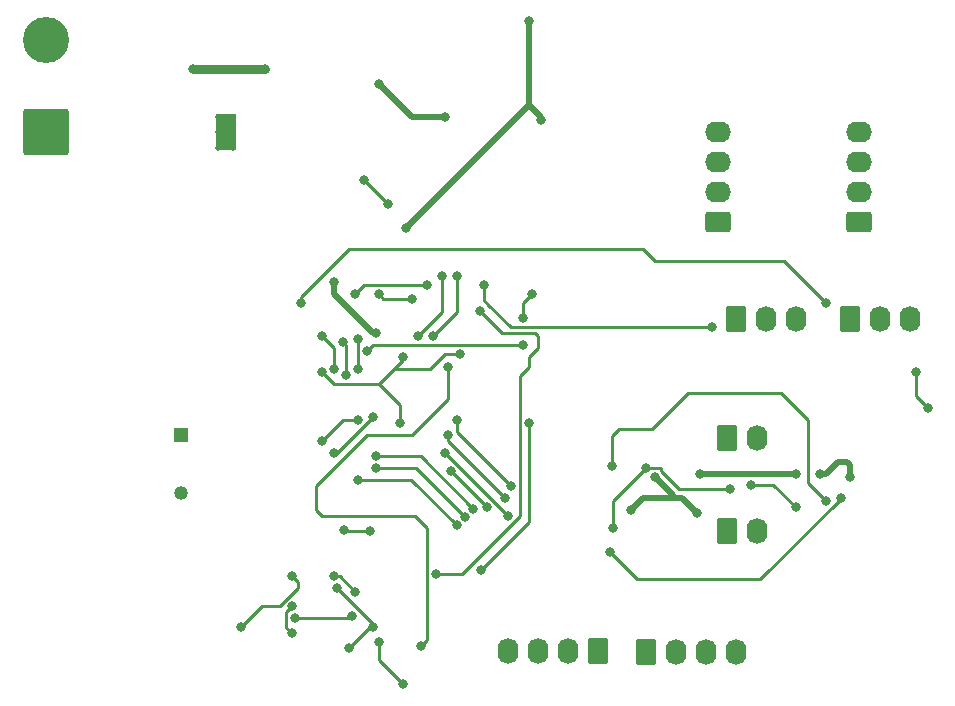
<source format=gbr>
%TF.GenerationSoftware,KiCad,Pcbnew,(6.0.7)*%
%TF.CreationDate,2022-11-16T17:50:00-06:00*%
%TF.ProjectId,ECE445PCBDesign (4),45434534-3435-4504-9342-44657369676e,rev?*%
%TF.SameCoordinates,Original*%
%TF.FileFunction,Copper,L2,Bot*%
%TF.FilePolarity,Positive*%
%FSLAX46Y46*%
G04 Gerber Fmt 4.6, Leading zero omitted, Abs format (unit mm)*
G04 Created by KiCad (PCBNEW (6.0.7)) date 2022-11-16 17:50:00*
%MOMM*%
%LPD*%
G01*
G04 APERTURE LIST*
G04 Aperture macros list*
%AMRoundRect*
0 Rectangle with rounded corners*
0 $1 Rounding radius*
0 $2 $3 $4 $5 $6 $7 $8 $9 X,Y pos of 4 corners*
0 Add a 4 corners polygon primitive as box body*
4,1,4,$2,$3,$4,$5,$6,$7,$8,$9,$2,$3,0*
0 Add four circle primitives for the rounded corners*
1,1,$1+$1,$2,$3*
1,1,$1+$1,$4,$5*
1,1,$1+$1,$6,$7*
1,1,$1+$1,$8,$9*
0 Add four rect primitives between the rounded corners*
20,1,$1+$1,$2,$3,$4,$5,0*
20,1,$1+$1,$4,$5,$6,$7,0*
20,1,$1+$1,$6,$7,$8,$9,0*
20,1,$1+$1,$8,$9,$2,$3,0*%
G04 Aperture macros list end*
%TA.AperFunction,ComponentPad*%
%ADD10RoundRect,0.250000X-0.620000X-0.845000X0.620000X-0.845000X0.620000X0.845000X-0.620000X0.845000X0*%
%TD*%
%TA.AperFunction,ComponentPad*%
%ADD11O,1.740000X2.190000*%
%TD*%
%TA.AperFunction,ComponentPad*%
%ADD12RoundRect,0.250002X1.699998X-1.699998X1.699998X1.699998X-1.699998X1.699998X-1.699998X-1.699998X0*%
%TD*%
%TA.AperFunction,ComponentPad*%
%ADD13C,3.900000*%
%TD*%
%TA.AperFunction,ComponentPad*%
%ADD14RoundRect,0.250000X0.845000X-0.620000X0.845000X0.620000X-0.845000X0.620000X-0.845000X-0.620000X0*%
%TD*%
%TA.AperFunction,ComponentPad*%
%ADD15O,2.190000X1.740000*%
%TD*%
%TA.AperFunction,ComponentPad*%
%ADD16C,0.500000*%
%TD*%
%TA.AperFunction,SMDPad,CuDef*%
%ADD17R,1.800000X3.100000*%
%TD*%
%TA.AperFunction,ComponentPad*%
%ADD18RoundRect,0.250000X0.620000X0.845000X-0.620000X0.845000X-0.620000X-0.845000X0.620000X-0.845000X0*%
%TD*%
%TA.AperFunction,ComponentPad*%
%ADD19R,1.192000X1.192000*%
%TD*%
%TA.AperFunction,ComponentPad*%
%ADD20C,1.192000*%
%TD*%
%TA.AperFunction,ViaPad*%
%ADD21C,0.800000*%
%TD*%
%TA.AperFunction,Conductor*%
%ADD22C,0.254000*%
%TD*%
%TA.AperFunction,Conductor*%
%ADD23C,0.508000*%
%TD*%
%TA.AperFunction,Conductor*%
%ADD24C,0.762000*%
%TD*%
G04 APERTURE END LIST*
D10*
%TO.P,M1,1,PWM*%
%TO.N,/ServoPWM1*%
X192024000Y-107716000D03*
D11*
%TO.P,M1,2,+*%
%TO.N,Net-(M1-Pad2)*%
X194564000Y-107716000D03*
%TO.P,M1,3,-*%
%TO.N,GND*%
X197104000Y-107716000D03*
%TD*%
D10*
%TO.P,Servo2TestConnection1,1,Pin_1*%
%TO.N,Net-(Servo2TestConnection1-Pad1)*%
X181610000Y-117836000D03*
D11*
%TO.P,Servo2TestConnection1,2,Pin_2*%
%TO.N,GND*%
X184150000Y-117836000D03*
%TD*%
D12*
%TO.P,LiPO_IN1,1,Pin_1*%
%TO.N,GND*%
X123952000Y-91948000D03*
D13*
%TO.P,LiPO_IN1,2,Pin_2*%
%TO.N,Net-(C6-Pad2)*%
X123952000Y-84148000D03*
%TD*%
D10*
%TO.P,M2,1,PWM*%
%TO.N,/ServoPWM2*%
X182372000Y-107716000D03*
D11*
%TO.P,M2,2,+*%
%TO.N,Net-(M2-Pad2)*%
X184912000Y-107716000D03*
%TO.P,M2,3,-*%
%TO.N,GND*%
X187452000Y-107716000D03*
%TD*%
D14*
%TO.P,ODriveConnector2,1,Pin_1*%
%TO.N,/ODriveUARTTX2*%
X180868000Y-99568000D03*
D15*
%TO.P,ODriveConnector2,2,Pin_2*%
%TO.N,/ODriveUARTRX2*%
X180868000Y-97028000D03*
%TO.P,ODriveConnector2,3,Pin_3*%
%TO.N,GND*%
X180868000Y-94488000D03*
%TO.P,ODriveConnector2,4,Pin_4*%
%TO.N,+5V*%
X180868000Y-91948000D03*
%TD*%
D16*
%TO.P,U5,9,GND*%
%TO.N,Net-(C13-Pad1)*%
X138542000Y-91948000D03*
X138542000Y-90648000D03*
X139842000Y-90648000D03*
D17*
X139192000Y-91948000D03*
D16*
X139842000Y-93248000D03*
X138542000Y-93248000D03*
X139842000Y-91948000D03*
%TD*%
D10*
%TO.P,Servo1TestConnection1,1,Pin_1*%
%TO.N,Net-(Servo1TestConnection1-Pad1)*%
X181610000Y-125730000D03*
D11*
%TO.P,Servo1TestConnection1,2,Pin_2*%
%TO.N,GND*%
X184150000Y-125730000D03*
%TD*%
D14*
%TO.P,ODriveConnector1,1,Pin_1*%
%TO.N,/ODriveUARTTX1*%
X192806000Y-99568000D03*
D15*
%TO.P,ODriveConnector1,2,Pin_2*%
%TO.N,/ODriveUARTRX1*%
X192806000Y-97028000D03*
%TO.P,ODriveConnector1,3,Pin_3*%
%TO.N,GND*%
X192806000Y-94488000D03*
%TO.P,ODriveConnector1,4,Pin_4*%
%TO.N,+5V*%
X192806000Y-91948000D03*
%TD*%
D10*
%TO.P,ProgrammingPins1,1,Pin_1*%
%TO.N,Net-(U2-Pad93)*%
X174752000Y-135910000D03*
D11*
%TO.P,ProgrammingPins1,2,Pin_2*%
%TO.N,Net-(U2-Pad92)*%
X177292000Y-135910000D03*
%TO.P,ProgrammingPins1,3,Pin_3*%
%TO.N,Net-(U2-Pad91)*%
X179832000Y-135910000D03*
%TO.P,ProgrammingPins1,4,Pin_4*%
%TO.N,Net-(U2-Pad90)*%
X182372000Y-135910000D03*
%TD*%
D18*
%TO.P,JTAGExposure1,1,Pin_1*%
%TO.N,Net-(U2-Pad20)*%
X170688000Y-135870000D03*
D11*
%TO.P,JTAGExposure1,2,Pin_2*%
%TO.N,Net-(U2-Pad21)*%
X168148000Y-135870000D03*
%TO.P,JTAGExposure1,3,Pin_3*%
%TO.N,Net-(U2-Pad22)*%
X165608000Y-135870000D03*
%TO.P,JTAGExposure1,4,Pin_4*%
%TO.N,Net-(C2-Pad2)*%
X163068000Y-135870000D03*
%TD*%
D19*
%TO.P,Y1,1,1*%
%TO.N,Net-(C4-Pad2)*%
X135382000Y-117602000D03*
D20*
%TO.P,Y1,2,2*%
%TO.N,Net-(C3-Pad2)*%
X135382000Y-122482000D03*
%TD*%
D21*
%TO.N,GND*%
X181864000Y-122174000D03*
X144780000Y-134366000D03*
X149230714Y-125597286D03*
X151384000Y-125730000D03*
X150108286Y-130815714D03*
X171987502Y-125476000D03*
X152146000Y-105664000D03*
X164338000Y-107696000D03*
X150876000Y-96012000D03*
X152908000Y-98044000D03*
X174752000Y-120396000D03*
X183642000Y-121757500D03*
X187452000Y-123698000D03*
X165100000Y-105664000D03*
X197612000Y-112268000D03*
X198628000Y-115316000D03*
X148336000Y-129540000D03*
X154940000Y-106062500D03*
X144780000Y-132080000D03*
%TO.N,+5V*%
X192024000Y-121158000D03*
X152146000Y-135128000D03*
X189484000Y-120904000D03*
X154432000Y-100076000D03*
X154178000Y-138684000D03*
X149606000Y-135636000D03*
X154178000Y-110998000D03*
X151892000Y-108966000D03*
X165862000Y-90932000D03*
X164846000Y-82550000D03*
X179070000Y-124206000D03*
X179324000Y-120904000D03*
X159004000Y-110744000D03*
X151638000Y-133858000D03*
X147320000Y-112268000D03*
X148590000Y-130556000D03*
X173482000Y-123952000D03*
X187452000Y-120904000D03*
X153924000Y-116586000D03*
X148336000Y-104648000D03*
X175514000Y-121158000D03*
%TO.N,Net-(C12-Pad1)*%
X152146000Y-87884000D03*
X136398000Y-86614000D03*
X142494000Y-86614000D03*
X157734000Y-90678000D03*
%TO.N,/ServoPWM1*%
X145542000Y-106426000D03*
X189992000Y-106426000D03*
%TO.N,/ServoPWM2*%
X150114000Y-105664000D03*
X156210000Y-104902000D03*
X161036000Y-104902000D03*
X180340000Y-108458000D03*
%TO.N,/ODriveUARTTX1*%
X147320000Y-118110000D03*
X150362286Y-116326286D03*
X156718000Y-109220000D03*
X158750000Y-104140000D03*
%TO.N,/ODriveUARTRX1*%
X157480000Y-104140000D03*
X148336000Y-119126000D03*
X151638000Y-116078000D03*
X155448000Y-109220000D03*
%TO.N,Net-(R2-Pad1)*%
X149854286Y-132847714D03*
X145034000Y-133096000D03*
%TO.N,/ContDataIn*%
X155718464Y-135398464D03*
X157988000Y-111835500D03*
%TO.N,Net-(U2-Pad20)*%
X151892000Y-119380000D03*
X150368000Y-112014000D03*
X160157797Y-123802776D03*
X150368000Y-109474000D03*
%TO.N,/ContDataOut*%
X160676017Y-107028555D03*
X157018424Y-129355636D03*
%TO.N,Net-(U2-Pad21)*%
X159451042Y-124509531D03*
X151892000Y-120387997D03*
X149352000Y-112522000D03*
X149098000Y-109728000D03*
%TO.N,Net-(U2-Pad22)*%
X150368000Y-121387500D03*
X147314286Y-109214286D03*
X158744286Y-125216286D03*
X148336000Y-112014000D03*
%TO.N,Net-(U2-Pad93)*%
X158242000Y-120650000D03*
X161290000Y-123698000D03*
%TO.N,/ServoCurrent1*%
X171704000Y-127508000D03*
X191262000Y-122936000D03*
%TO.N,/ServoCurrent2*%
X189992000Y-123190000D03*
X171894584Y-120181099D03*
%TO.N,Net-(C2-Pad2)*%
X160782000Y-129032000D03*
X164846000Y-116586000D03*
X164338000Y-109982000D03*
X151130000Y-110490000D03*
%TO.N,Net-(U2-Pad92)*%
X163068000Y-124448572D03*
X157739714Y-119120286D03*
%TO.N,Net-(U2-Pad91)*%
X162814000Y-122936000D03*
X157988000Y-117602000D03*
%TO.N,Net-(U2-Pad90)*%
X163322000Y-121920000D03*
X158750000Y-116332000D03*
%TO.N,Net-(U1-Pad19)*%
X144780000Y-129540000D03*
X140462000Y-133858000D03*
%TD*%
D22*
%TO.N,GND*%
X174752000Y-120396000D02*
X171987502Y-123160498D01*
X148832572Y-129540000D02*
X148336000Y-129540000D01*
X150108286Y-130815714D02*
X148832572Y-129540000D01*
X185511500Y-121757500D02*
X183642000Y-121757500D01*
X144780000Y-132080000D02*
X144307000Y-132553000D01*
X152544500Y-106062500D02*
X152146000Y-105664000D01*
X164338000Y-106426000D02*
X165100000Y-105664000D01*
X171987502Y-123160498D02*
X171987502Y-125476000D01*
X176022000Y-120637866D02*
X176022000Y-120396000D01*
X164338000Y-107696000D02*
X164338000Y-106426000D01*
X151384000Y-125730000D02*
X149363428Y-125730000D01*
X176022000Y-120396000D02*
X174752000Y-120396000D01*
X144307000Y-133893000D02*
X144780000Y-134366000D01*
X181864000Y-122174000D02*
X177558134Y-122174000D01*
X197612000Y-114300000D02*
X197612000Y-112268000D01*
X150876000Y-96012000D02*
X152908000Y-98044000D01*
X154940000Y-106062500D02*
X152544500Y-106062500D01*
X177558134Y-122174000D02*
X176022000Y-120637866D01*
X187452000Y-123698000D02*
X185511500Y-121757500D01*
X144307000Y-132553000D02*
X144307000Y-133893000D01*
X149363428Y-125730000D02*
X149230714Y-125597286D01*
X198628000Y-115316000D02*
X197612000Y-114300000D01*
D23*
%TO.N,+5V*%
X175514000Y-121158000D02*
X177038000Y-122682000D01*
X165862000Y-90678000D02*
X165862000Y-90932000D01*
X151638000Y-108966000D02*
X151892000Y-108966000D01*
X177038000Y-122936000D02*
X177546000Y-122936000D01*
X189992000Y-120904000D02*
X191008000Y-119888000D01*
X191008000Y-119888000D02*
X191770000Y-119888000D01*
X148336000Y-105664000D02*
X151638000Y-108966000D01*
D22*
X152146000Y-136652000D02*
X154178000Y-138684000D01*
D23*
X187452000Y-120904000D02*
X179324000Y-120904000D01*
X177546000Y-122936000D02*
X177800000Y-122936000D01*
X148336000Y-104648000D02*
X148336000Y-105664000D01*
D22*
X152146000Y-135128000D02*
X152146000Y-136652000D01*
D23*
X189484000Y-120904000D02*
X189992000Y-120904000D01*
D22*
X152146000Y-113284000D02*
X153416000Y-112014000D01*
X154178000Y-111252000D02*
X154178000Y-110998000D01*
X153924000Y-115062000D02*
X152146000Y-113284000D01*
D23*
X164846000Y-89662000D02*
X165862000Y-90678000D01*
D22*
X151384000Y-133858000D02*
X151638000Y-133858000D01*
X147320000Y-112268000D02*
X148336000Y-113284000D01*
X153924000Y-116586000D02*
X153924000Y-115062000D01*
D23*
X177038000Y-122682000D02*
X177038000Y-122936000D01*
D22*
X148336000Y-113284000D02*
X152146000Y-113284000D01*
X153416000Y-112014000D02*
X154178000Y-111252000D01*
D23*
X164846000Y-82550000D02*
X164846000Y-89662000D01*
X192024000Y-120142000D02*
X192024000Y-121158000D01*
D22*
X151638000Y-133604000D02*
X151638000Y-133858000D01*
D23*
X191770000Y-119888000D02*
X192024000Y-120142000D01*
D22*
X148590000Y-130556000D02*
X151638000Y-133604000D01*
D23*
X164846000Y-89662000D02*
X154432000Y-100076000D01*
D22*
X157734000Y-110744000D02*
X159004000Y-110744000D01*
X149606000Y-135636000D02*
X151384000Y-133858000D01*
D23*
X177800000Y-122936000D02*
X179070000Y-124206000D01*
D22*
X156464000Y-112014000D02*
X153416000Y-112014000D01*
D23*
X174498000Y-122936000D02*
X177038000Y-122936000D01*
D22*
X157734000Y-110744000D02*
X156464000Y-112014000D01*
D23*
X173482000Y-123952000D02*
X174498000Y-122936000D01*
%TO.N,Net-(C12-Pad1)*%
X154940000Y-90678000D02*
X157734000Y-90678000D01*
X152146000Y-87884000D02*
X154940000Y-90678000D01*
D24*
X136398000Y-86614000D02*
X142494000Y-86614000D01*
D22*
%TO.N,/ServoPWM1*%
X175514000Y-102870000D02*
X174498000Y-101854000D01*
X175768000Y-102870000D02*
X175514000Y-102870000D01*
X189992000Y-106426000D02*
X186436000Y-102870000D01*
X149606000Y-101854000D02*
X147574000Y-103886000D01*
X145542000Y-105918000D02*
X145542000Y-106426000D01*
X147574000Y-103886000D02*
X145542000Y-105918000D01*
X186436000Y-102870000D02*
X175768000Y-102870000D01*
X174498000Y-101854000D02*
X149606000Y-101854000D01*
%TO.N,/ServoPWM2*%
X150876000Y-104902000D02*
X156210000Y-104902000D01*
X150114000Y-105664000D02*
X150876000Y-104902000D01*
X163322000Y-108458000D02*
X161417000Y-106553000D01*
X180340000Y-108458000D02*
X163322000Y-108458000D01*
X161036000Y-104902000D02*
X161036000Y-106172000D01*
X161036000Y-106172000D02*
X161417000Y-106553000D01*
%TO.N,/ODriveUARTTX1*%
X158750000Y-104140000D02*
X158750000Y-107188000D01*
X150362286Y-116326286D02*
X149103714Y-116326286D01*
X149103714Y-116326286D02*
X147320000Y-118110000D01*
X158750000Y-107188000D02*
X156718000Y-109220000D01*
%TO.N,/ODriveUARTRX1*%
X148590000Y-119126000D02*
X148336000Y-119126000D01*
X157480000Y-107188000D02*
X155448000Y-109220000D01*
X151638000Y-116078000D02*
X148709221Y-119006779D01*
X148709221Y-119006779D02*
X148590000Y-119126000D01*
X157480000Y-104140000D02*
X157480000Y-107188000D01*
%TO.N,Net-(R2-Pad1)*%
X149606000Y-133096000D02*
X149854286Y-132847714D01*
X145034000Y-133096000D02*
X149606000Y-133096000D01*
%TO.N,/ContDataIn*%
X146812000Y-121920000D02*
X151130000Y-117602000D01*
X155718464Y-135398464D02*
X156210000Y-134906928D01*
X146812000Y-123952000D02*
X146812000Y-121920000D01*
X157988000Y-114554000D02*
X157988000Y-111835500D01*
X147320000Y-124460000D02*
X146812000Y-123952000D01*
X155194000Y-124460000D02*
X147320000Y-124460000D01*
X155956000Y-125222000D02*
X155194000Y-124460000D01*
X154940000Y-117602000D02*
X157988000Y-114554000D01*
X156210000Y-125476000D02*
X155956000Y-125222000D01*
X156210000Y-134906928D02*
X156210000Y-125476000D01*
X151130000Y-117602000D02*
X154940000Y-117602000D01*
%TO.N,Net-(U2-Pad20)*%
X155735021Y-119380000D02*
X151892000Y-119380000D01*
X160157797Y-123802776D02*
X155735021Y-119380000D01*
X150368000Y-112014000D02*
X150368000Y-109474000D01*
%TO.N,/ContDataOut*%
X157018424Y-129355636D02*
X159188364Y-129355636D01*
X165354000Y-108966000D02*
X165608000Y-109220000D01*
X160676017Y-107028555D02*
X162613462Y-108966000D01*
X157018424Y-129239576D02*
X157018424Y-129355636D01*
X164846000Y-110998000D02*
X164846000Y-111771428D01*
X164846000Y-111771428D02*
X164089714Y-112527714D01*
X162613462Y-108966000D02*
X165354000Y-108966000D01*
X164089714Y-124454286D02*
X164089714Y-112527714D01*
X159188364Y-129355636D02*
X164089714Y-124454286D01*
X165608000Y-110236000D02*
X164846000Y-110998000D01*
X165608000Y-109220000D02*
X165608000Y-110236000D01*
%TO.N,Net-(U2-Pad21)*%
X149352000Y-109982000D02*
X149098000Y-109728000D01*
X159451042Y-124509531D02*
X155329508Y-120387997D01*
X149352000Y-112522000D02*
X149352000Y-109982000D01*
X155329508Y-120387997D02*
X151892000Y-120387997D01*
%TO.N,Net-(U2-Pad22)*%
X151892000Y-121387500D02*
X150368000Y-121387500D01*
X148336000Y-110236000D02*
X147314286Y-109214286D01*
X154915500Y-121387500D02*
X151892000Y-121387500D01*
X158744286Y-125216286D02*
X154915500Y-121387500D01*
X148336000Y-112014000D02*
X148336000Y-110236000D01*
%TO.N,Net-(U2-Pad93)*%
X161290000Y-123698000D02*
X158242000Y-120650000D01*
%TO.N,/ServoCurrent1*%
X171704000Y-127508000D02*
X173990000Y-129794000D01*
X191262000Y-122948134D02*
X191262000Y-122936000D01*
X175514000Y-129794000D02*
X184416134Y-129794000D01*
X184416134Y-129794000D02*
X191262000Y-122948134D01*
X173990000Y-129794000D02*
X175514000Y-129794000D01*
%TO.N,/ServoCurrent2*%
X177546000Y-114808000D02*
X175260000Y-117094000D01*
X175260000Y-117094000D02*
X172466000Y-117094000D01*
X188468000Y-119888000D02*
X188468000Y-116332000D01*
X186182000Y-114046000D02*
X178308000Y-114046000D01*
X188468000Y-121666000D02*
X188468000Y-119888000D01*
X188468000Y-116332000D02*
X186182000Y-114046000D01*
X189992000Y-123190000D02*
X188468000Y-121666000D01*
X171894584Y-117665416D02*
X171894584Y-120181099D01*
X178308000Y-114046000D02*
X177546000Y-114808000D01*
X172466000Y-117094000D02*
X171894584Y-117665416D01*
%TO.N,Net-(C2-Pad2)*%
X164846000Y-124968000D02*
X164846000Y-116586000D01*
X151638000Y-109982000D02*
X164338000Y-109982000D01*
X151130000Y-110490000D02*
X151638000Y-109982000D01*
X160782000Y-129032000D02*
X164846000Y-124968000D01*
%TO.N,Net-(U2-Pad92)*%
X163068000Y-124448572D02*
X157739714Y-119120286D01*
%TO.N,Net-(U2-Pad91)*%
X162814000Y-122936000D02*
X157988000Y-118110000D01*
X157988000Y-118110000D02*
X157988000Y-117602000D01*
%TO.N,Net-(U2-Pad90)*%
X163322000Y-121920000D02*
X158750000Y-117348000D01*
X158750000Y-117348000D02*
X158750000Y-116332000D01*
%TO.N,Net-(U1-Pad19)*%
X145293498Y-130053498D02*
X145288000Y-130048000D01*
X145293498Y-130417160D02*
X145293498Y-130053498D01*
X143758286Y-132074286D02*
X145293498Y-130539074D01*
X140462000Y-133858000D02*
X142245714Y-132074286D01*
X142245714Y-132074286D02*
X143758286Y-132074286D01*
X145288000Y-130048000D02*
X144780000Y-129540000D01*
X145293498Y-130539074D02*
X145293498Y-130417160D01*
%TD*%
M02*

</source>
